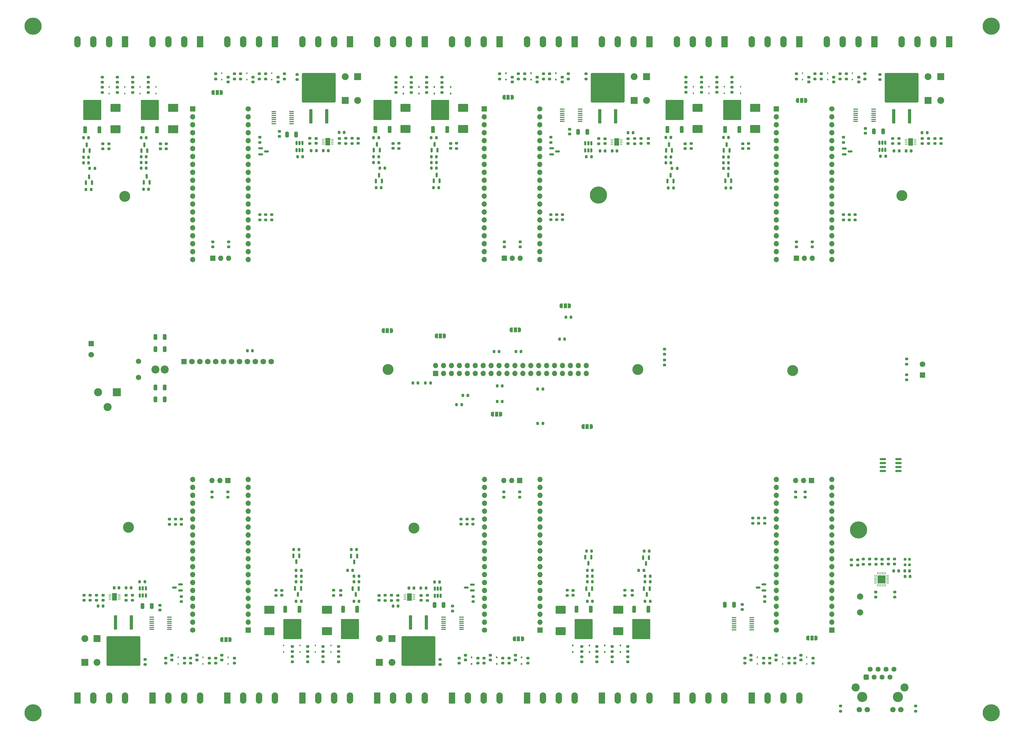
<source format=gbr>
%TF.GenerationSoftware,KiCad,Pcbnew,8.0.1*%
%TF.CreationDate,2024-04-17T10:04:04-05:00*%
%TF.ProjectId,Kristerj,4b726973-7465-4726-9a2e-6b696361645f,rev?*%
%TF.SameCoordinates,Original*%
%TF.FileFunction,Soldermask,Top*%
%TF.FilePolarity,Negative*%
%FSLAX46Y46*%
G04 Gerber Fmt 4.6, Leading zero omitted, Abs format (unit mm)*
G04 Created by KiCad (PCBNEW 8.0.1) date 2024-04-17 10:04:04*
%MOMM*%
%LPD*%
G01*
G04 APERTURE LIST*
G04 Aperture macros list*
%AMRoundRect*
0 Rectangle with rounded corners*
0 $1 Rounding radius*
0 $2 $3 $4 $5 $6 $7 $8 $9 X,Y pos of 4 corners*
0 Add a 4 corners polygon primitive as box body*
4,1,4,$2,$3,$4,$5,$6,$7,$8,$9,$2,$3,0*
0 Add four circle primitives for the rounded corners*
1,1,$1+$1,$2,$3*
1,1,$1+$1,$4,$5*
1,1,$1+$1,$6,$7*
1,1,$1+$1,$8,$9*
0 Add four rect primitives between the rounded corners*
20,1,$1+$1,$2,$3,$4,$5,0*
20,1,$1+$1,$4,$5,$6,$7,0*
20,1,$1+$1,$6,$7,$8,$9,0*
20,1,$1+$1,$8,$9,$2,$3,0*%
%AMFreePoly0*
4,1,19,0.550000,-0.750000,0.000000,-0.750000,0.000000,-0.744911,-0.071157,-0.744911,-0.207708,-0.704816,-0.327430,-0.627875,-0.420627,-0.520320,-0.479746,-0.390866,-0.500000,-0.250000,-0.500000,0.250000,-0.479746,0.390866,-0.420627,0.520320,-0.327430,0.627875,-0.207708,0.704816,-0.071157,0.744911,0.000000,0.744911,0.000000,0.750000,0.550000,0.750000,0.550000,-0.750000,0.550000,-0.750000,
$1*%
%AMFreePoly1*
4,1,19,0.000000,0.744911,0.071157,0.744911,0.207708,0.704816,0.327430,0.627875,0.420627,0.520320,0.479746,0.390866,0.500000,0.250000,0.500000,-0.250000,0.479746,-0.390866,0.420627,-0.520320,0.327430,-0.627875,0.207708,-0.704816,0.071157,-0.744911,0.000000,-0.744911,0.000000,-0.750000,-0.550000,-0.750000,-0.550000,0.750000,0.000000,0.750000,0.000000,0.744911,0.000000,0.744911,
$1*%
G04 Aperture macros list end*
%ADD10RoundRect,0.250000X0.325000X0.650000X-0.325000X0.650000X-0.325000X-0.650000X0.325000X-0.650000X0*%
%ADD11RoundRect,0.225000X-0.250000X0.225000X-0.250000X-0.225000X0.250000X-0.225000X0.250000X0.225000X0*%
%ADD12RoundRect,0.225000X0.250000X-0.225000X0.250000X0.225000X-0.250000X0.225000X-0.250000X-0.225000X0*%
%ADD13R,0.450000X0.600000*%
%ADD14R,3.300000X2.500000*%
%ADD15RoundRect,0.112500X-0.112500X0.187500X-0.112500X-0.187500X0.112500X-0.187500X0.112500X0.187500X0*%
%ADD16RoundRect,0.112500X0.112500X-0.187500X0.112500X0.187500X-0.112500X0.187500X-0.112500X-0.187500X0*%
%ADD17C,1.710000*%
%ADD18R,1.700000X1.700000*%
%ADD19O,1.700000X1.700000*%
%ADD20C,2.600000*%
%ADD21RoundRect,0.250000X-0.300000X2.050000X-0.300000X-2.050000X0.300000X-2.050000X0.300000X2.050000X0*%
%ADD22RoundRect,0.250002X-5.149998X4.449998X-5.149998X-4.449998X5.149998X-4.449998X5.149998X4.449998X0*%
%ADD23RoundRect,0.250000X0.350000X-0.850000X0.350000X0.850000X-0.350000X0.850000X-0.350000X-0.850000X0*%
%ADD24RoundRect,0.249997X2.650003X-2.950003X2.650003X2.950003X-2.650003X2.950003X-2.650003X-2.950003X0*%
%ADD25RoundRect,0.250000X0.300000X-2.050000X0.300000X2.050000X-0.300000X2.050000X-0.300000X-2.050000X0*%
%ADD26RoundRect,0.250002X5.149998X-4.449998X5.149998X4.449998X-5.149998X4.449998X-5.149998X-4.449998X0*%
%ADD27RoundRect,0.200000X0.275000X-0.200000X0.275000X0.200000X-0.275000X0.200000X-0.275000X-0.200000X0*%
%ADD28RoundRect,0.200000X-0.275000X0.200000X-0.275000X-0.200000X0.275000X-0.200000X0.275000X0.200000X0*%
%ADD29RoundRect,0.200000X0.200000X0.275000X-0.200000X0.275000X-0.200000X-0.275000X0.200000X-0.275000X0*%
%ADD30RoundRect,0.200000X-0.200000X-0.275000X0.200000X-0.275000X0.200000X0.275000X-0.200000X0.275000X0*%
%ADD31RoundRect,0.062500X0.362500X0.062500X-0.362500X0.062500X-0.362500X-0.062500X0.362500X-0.062500X0*%
%ADD32R,1.650000X2.380000*%
%ADD33RoundRect,0.062500X-0.362500X-0.062500X0.362500X-0.062500X0.362500X0.062500X-0.362500X0.062500X0*%
%ADD34C,1.700000*%
%ADD35R,1.800000X1.800000*%
%ADD36C,1.800000*%
%ADD37C,5.500000*%
%ADD38C,3.500000*%
%ADD39R,2.200000X2.200000*%
%ADD40O,2.200000X2.200000*%
%ADD41RoundRect,0.225000X-0.225000X-0.250000X0.225000X-0.250000X0.225000X0.250000X-0.225000X0.250000X0*%
%ADD42RoundRect,0.225000X0.225000X0.250000X-0.225000X0.250000X-0.225000X-0.250000X0.225000X-0.250000X0*%
%ADD43RoundRect,0.150000X-0.150000X0.587500X-0.150000X-0.587500X0.150000X-0.587500X0.150000X0.587500X0*%
%ADD44RoundRect,0.150000X-0.150000X0.512500X-0.150000X-0.512500X0.150000X-0.512500X0.150000X0.512500X0*%
%ADD45RoundRect,0.150000X0.150000X-0.512500X0.150000X0.512500X-0.150000X0.512500X-0.150000X-0.512500X0*%
%ADD46R,2.600000X2.600000*%
%ADD47RoundRect,0.250000X-1.400000X-1.000000X1.400000X-1.000000X1.400000X1.000000X-1.400000X1.000000X0*%
%ADD48RoundRect,0.250000X1.400000X1.000000X-1.400000X1.000000X-1.400000X-1.000000X1.400000X-1.000000X0*%
%ADD49RoundRect,0.250000X-0.350000X0.850000X-0.350000X-0.850000X0.350000X-0.850000X0.350000X0.850000X0*%
%ADD50RoundRect,0.249997X-2.650003X2.950003X-2.650003X-2.950003X2.650003X-2.950003X2.650003X2.950003X0*%
%ADD51RoundRect,0.150000X0.150000X-0.587500X0.150000X0.587500X-0.150000X0.587500X-0.150000X-0.587500X0*%
%ADD52RoundRect,0.200000X-0.200000X-0.250000X0.200000X-0.250000X0.200000X0.250000X-0.200000X0.250000X0*%
%ADD53RoundRect,0.249999X-0.790001X-1.550001X0.790001X-1.550001X0.790001X1.550001X-0.790001X1.550001X0*%
%ADD54O,2.080000X3.600000*%
%ADD55RoundRect,0.062500X0.375000X0.062500X-0.375000X0.062500X-0.375000X-0.062500X0.375000X-0.062500X0*%
%ADD56RoundRect,0.062500X0.062500X0.375000X-0.062500X0.375000X-0.062500X-0.375000X0.062500X-0.375000X0*%
%ADD57R,2.500000X2.500000*%
%ADD58RoundRect,0.100000X-0.637500X-0.100000X0.637500X-0.100000X0.637500X0.100000X-0.637500X0.100000X0*%
%ADD59FreePoly0,0.000000*%
%ADD60R,1.000000X1.500000*%
%ADD61FreePoly1,0.000000*%
%ADD62RoundRect,0.250000X-0.325000X-0.650000X0.325000X-0.650000X0.325000X0.650000X-0.325000X0.650000X0*%
%ADD63RoundRect,0.249999X0.790001X1.550001X-0.790001X1.550001X-0.790001X-1.550001X0.790001X-1.550001X0*%
%ADD64FreePoly0,180.000000*%
%ADD65FreePoly1,180.000000*%
%ADD66RoundRect,0.150000X-0.587500X-0.150000X0.587500X-0.150000X0.587500X0.150000X-0.587500X0.150000X0*%
%ADD67C,2.000000*%
%ADD68RoundRect,0.100000X0.637500X0.100000X-0.637500X0.100000X-0.637500X-0.100000X0.637500X-0.100000X0*%
%ADD69C,3.250000*%
%ADD70RoundRect,0.102000X-0.704000X-0.704000X0.704000X-0.704000X0.704000X0.704000X-0.704000X0.704000X0*%
%ADD71C,1.612000*%
%ADD72C,1.734000*%
%ADD73C,2.604000*%
%ADD74RoundRect,0.150000X0.587500X0.150000X-0.587500X0.150000X-0.587500X-0.150000X0.587500X-0.150000X0*%
%ADD75RoundRect,0.150000X-0.825000X-0.150000X0.825000X-0.150000X0.825000X0.150000X-0.825000X0.150000X0*%
G04 APERTURE END LIST*
D10*
%TO.C,C3*%
X184700000Y-193215000D03*
X181750000Y-193215000D03*
%TD*%
D11*
%TO.C,C9*%
X246675000Y-125705000D03*
X246675000Y-127255000D03*
%TD*%
%TO.C,C10*%
X222230000Y-270475000D03*
X222230000Y-272025000D03*
%TD*%
D12*
%TO.C,C11*%
X172360000Y-273620000D03*
X172360000Y-272070000D03*
%TD*%
D11*
%TO.C,C16*%
X241090000Y-270475000D03*
X241090000Y-272025000D03*
%TD*%
%TO.C,C35*%
X419900000Y-125755000D03*
X419900000Y-127305000D03*
%TD*%
D12*
%TO.C,C36*%
X369850000Y-128935000D03*
X369850000Y-127385000D03*
%TD*%
D13*
%TO.C,D1*%
X237950000Y-290200000D03*
X237950000Y-288100000D03*
%TD*%
%TO.C,D3*%
X232980000Y-290200000D03*
X232980000Y-288100000D03*
%TD*%
%TO.C,D5*%
X203000000Y-104775000D03*
X203000000Y-106875000D03*
%TD*%
%TO.C,D7*%
X228060000Y-290200000D03*
X228060000Y-288100000D03*
%TD*%
%TO.C,D9*%
X211000000Y-104775000D03*
X211000000Y-106875000D03*
%TD*%
%TO.C,D11*%
X219000000Y-104775000D03*
X219000000Y-106875000D03*
%TD*%
%TO.C,D13*%
X222785000Y-290200000D03*
X222785000Y-288100000D03*
%TD*%
D14*
%TO.C,D15*%
X218210000Y-276705000D03*
X218210000Y-283505000D03*
%TD*%
D15*
%TO.C,D25*%
X266115000Y-109235000D03*
X266115000Y-111335000D03*
%TD*%
%TO.C,D29*%
X271030000Y-109235000D03*
X271030000Y-111335000D03*
%TD*%
%TO.C,D31*%
X302000000Y-104775000D03*
X302000000Y-106875000D03*
%TD*%
D16*
%TO.C,D32*%
X291000000Y-294050000D03*
X291000000Y-291950000D03*
%TD*%
D13*
%TO.C,D49*%
X389000000Y-104775000D03*
X389000000Y-106875000D03*
%TD*%
%TO.C,D51*%
X363945000Y-109165000D03*
X363945000Y-111265000D03*
%TD*%
%TO.C,D54*%
X382665000Y-294050000D03*
X382665000Y-291950000D03*
%TD*%
%TO.C,D55*%
X405000000Y-104775000D03*
X405000000Y-106875000D03*
%TD*%
D14*
%TO.C,D59*%
X373870000Y-122705000D03*
X373870000Y-115905000D03*
%TD*%
D17*
%TO.C,F1*%
X176300000Y-202235000D03*
X176300000Y-197135000D03*
%TD*%
D18*
%TO.C,J5*%
X204940000Y-235305000D03*
D19*
X202400000Y-235305000D03*
X199860000Y-235305000D03*
%TD*%
D18*
%TO.C,J19*%
X387060000Y-164095000D03*
D19*
X389600000Y-164095000D03*
X392140000Y-164095000D03*
%TD*%
D18*
%TO.C,J20*%
X391865000Y-235315000D03*
D19*
X389325000Y-235315000D03*
X386785000Y-235315000D03*
%TD*%
D20*
%TO.C,L1*%
X181725000Y-199700000D03*
X184725000Y-199700000D03*
%TD*%
D21*
%TO.C,Q11*%
X174010000Y-280770000D03*
D22*
X171470000Y-289920000D03*
D21*
X168930000Y-280770000D03*
%TD*%
D23*
%TO.C,Q33*%
X345745000Y-122855000D03*
D24*
X348025000Y-116555000D03*
D23*
X350305000Y-122855000D03*
%TD*%
D25*
%TO.C,Q36*%
X418225000Y-118640000D03*
D26*
X420765000Y-109490000D03*
D25*
X423305000Y-118640000D03*
%TD*%
D27*
%TO.C,R1*%
X240360000Y-293335000D03*
X240360000Y-291685000D03*
%TD*%
%TO.C,R2*%
X240360000Y-290095000D03*
X240360000Y-288445000D03*
%TD*%
D28*
%TO.C,R4*%
X164675000Y-109320000D03*
X164675000Y-110970000D03*
%TD*%
%TO.C,R5*%
X422385000Y-201400000D03*
X422385000Y-203050000D03*
%TD*%
D27*
%TO.C,R6*%
X422385000Y-198005000D03*
X422385000Y-196355000D03*
%TD*%
D28*
%TO.C,R9*%
X169550000Y-106075000D03*
X169550000Y-107725000D03*
%TD*%
D27*
%TO.C,R11*%
X186220000Y-249300000D03*
X186220000Y-247650000D03*
%TD*%
D28*
%TO.C,R13*%
X207000000Y-292175000D03*
X207000000Y-293825000D03*
%TD*%
D27*
%TO.C,R14*%
X230470000Y-293335000D03*
X230470000Y-291685000D03*
%TD*%
D28*
%TO.C,R22*%
X217045000Y-150115000D03*
X217045000Y-151765000D03*
%TD*%
%TO.C,R23*%
X199000000Y-292175000D03*
X199000000Y-293825000D03*
%TD*%
D27*
%TO.C,R24*%
X189980000Y-274075000D03*
X189980000Y-272425000D03*
%TD*%
%TO.C,R25*%
X218985000Y-151765000D03*
X218985000Y-150115000D03*
%TD*%
D28*
%TO.C,R26*%
X215165000Y-125325000D03*
X215165000Y-126975000D03*
%TD*%
D27*
%TO.C,R27*%
X217000000Y-106650000D03*
X217000000Y-105000000D03*
%TD*%
D28*
%TO.C,R28*%
X191000000Y-292175000D03*
X191000000Y-293825000D03*
%TD*%
D27*
%TO.C,R29*%
X225595000Y-293335000D03*
X225595000Y-291685000D03*
%TD*%
%TO.C,R30*%
X225595000Y-290095000D03*
X225595000Y-288445000D03*
%TD*%
D29*
%TO.C,R47*%
X228435000Y-274000000D03*
X226785000Y-274000000D03*
%TD*%
D28*
%TO.C,R52*%
X174385000Y-272020000D03*
X174385000Y-273670000D03*
%TD*%
D27*
%TO.C,R53*%
X231170000Y-127305000D03*
X231170000Y-125655000D03*
%TD*%
D29*
%TO.C,R58*%
X228910000Y-131570000D03*
X227260000Y-131570000D03*
%TD*%
D27*
%TO.C,R61*%
X242680000Y-127305000D03*
X242680000Y-125655000D03*
%TD*%
D29*
%TO.C,R62*%
X161115000Y-142085000D03*
X159465000Y-142085000D03*
%TD*%
D30*
%TO.C,R65*%
X245270000Y-267735000D03*
X246920000Y-267735000D03*
%TD*%
D28*
%TO.C,R87*%
X301000000Y-292175000D03*
X301000000Y-293825000D03*
%TD*%
%TO.C,R89*%
X268625000Y-106095000D03*
X268625000Y-107745000D03*
%TD*%
%TO.C,R90*%
X268625000Y-109340000D03*
X268625000Y-110990000D03*
%TD*%
D27*
%TO.C,R93*%
X323130000Y-290090000D03*
X323130000Y-288440000D03*
%TD*%
D28*
%TO.C,R95*%
X283445000Y-247645000D03*
X283445000Y-249295000D03*
%TD*%
D27*
%TO.C,R96*%
X300000000Y-106650000D03*
X300000000Y-105000000D03*
%TD*%
D28*
%TO.C,R97*%
X293000000Y-292175000D03*
X293000000Y-293825000D03*
%TD*%
%TO.C,R99*%
X308347500Y-125325000D03*
X308347500Y-126975000D03*
%TD*%
D27*
%TO.C,R101*%
X308000000Y-106650000D03*
X308000000Y-105000000D03*
%TD*%
D28*
%TO.C,R104*%
X273495000Y-109340000D03*
X273495000Y-110990000D03*
%TD*%
D27*
%TO.C,R105*%
X318260000Y-293395000D03*
X318260000Y-291745000D03*
%TD*%
%TO.C,R106*%
X318260000Y-290090000D03*
X318260000Y-288440000D03*
%TD*%
%TO.C,R107*%
X298555000Y-160470000D03*
X298555000Y-158820000D03*
%TD*%
D28*
%TO.C,R108*%
X293485000Y-158820000D03*
X293485000Y-160470000D03*
%TD*%
%TO.C,R109*%
X293305000Y-238965000D03*
X293305000Y-240615000D03*
%TD*%
D30*
%TO.C,R111*%
X319795000Y-257855000D03*
X321445000Y-257855000D03*
%TD*%
%TO.C,R112*%
X266740000Y-269715000D03*
X268390000Y-269715000D03*
%TD*%
%TO.C,R115*%
X320060000Y-264110000D03*
X321710000Y-264110000D03*
%TD*%
D29*
%TO.C,R116*%
X321710000Y-265925000D03*
X320060000Y-265925000D03*
%TD*%
D27*
%TO.C,R132*%
X335190000Y-127380000D03*
X335190000Y-125730000D03*
%TD*%
D30*
%TO.C,R133*%
X338235000Y-257855000D03*
X339885000Y-257855000D03*
%TD*%
D29*
%TO.C,R134*%
X254045000Y-141460000D03*
X252395000Y-141460000D03*
%TD*%
%TO.C,R135*%
X338185000Y-264110000D03*
X336535000Y-264110000D03*
%TD*%
%TO.C,R136*%
X340185000Y-265925000D03*
X338535000Y-265925000D03*
%TD*%
D30*
%TO.C,R137*%
X338535000Y-267735000D03*
X340185000Y-267735000D03*
%TD*%
%TO.C,R138*%
X253590000Y-135210000D03*
X255240000Y-135210000D03*
%TD*%
%TO.C,R139*%
X251580000Y-133400000D03*
X253230000Y-133400000D03*
%TD*%
%TO.C,R140*%
X257800000Y-275510000D03*
X259450000Y-275510000D03*
%TD*%
D29*
%TO.C,R141*%
X334720000Y-123880000D03*
X333070000Y-123880000D03*
%TD*%
%TO.C,R142*%
X253240000Y-131570000D03*
X251590000Y-131570000D03*
%TD*%
%TO.C,R143*%
X340185000Y-274000000D03*
X338535000Y-274000000D03*
%TD*%
D30*
%TO.C,R144*%
X251590000Y-125435000D03*
X253240000Y-125435000D03*
%TD*%
D28*
%TO.C,R145*%
X272890000Y-292565000D03*
X272890000Y-294215000D03*
%TD*%
D27*
%TO.C,R146*%
X319635000Y-106650000D03*
X319635000Y-105000000D03*
%TD*%
%TO.C,R147*%
X332060000Y-272075000D03*
X332060000Y-270425000D03*
%TD*%
D28*
%TO.C,R148*%
X259720000Y-127270000D03*
X259720000Y-128920000D03*
%TD*%
%TO.C,R153*%
X356615000Y-106045000D03*
X356615000Y-107695000D03*
%TD*%
%TO.C,R154*%
X356620000Y-109270000D03*
X356620000Y-110920000D03*
%TD*%
%TO.C,R157*%
X402130000Y-150115000D03*
X402130000Y-151765000D03*
%TD*%
D27*
%TO.C,R158*%
X373055000Y-248990000D03*
X373055000Y-247340000D03*
%TD*%
%TO.C,R159*%
X387000000Y-106650000D03*
X387000000Y-105000000D03*
%TD*%
D28*
%TO.C,R169*%
X374955000Y-247330000D03*
X374955000Y-248980000D03*
%TD*%
%TO.C,R170*%
X384710000Y-292175000D03*
X384710000Y-293825000D03*
%TD*%
%TO.C,R171*%
X402140000Y-125335000D03*
X402140000Y-126985000D03*
%TD*%
D27*
%TO.C,R172*%
X376867500Y-274070000D03*
X376867500Y-272420000D03*
%TD*%
D28*
%TO.C,R175*%
X366405000Y-106045000D03*
X366405000Y-107695000D03*
%TD*%
%TO.C,R176*%
X366405000Y-109270000D03*
X366405000Y-110920000D03*
%TD*%
D27*
%TO.C,R179*%
X392145000Y-160470000D03*
X392145000Y-158820000D03*
%TD*%
D28*
%TO.C,R180*%
X387075000Y-158820000D03*
X387075000Y-160470000D03*
%TD*%
%TO.C,R181*%
X386790000Y-238965000D03*
X386790000Y-240615000D03*
%TD*%
D27*
%TO.C,R182*%
X389865000Y-240615000D03*
X389865000Y-238965000D03*
%TD*%
D29*
%TO.C,R183*%
X366060000Y-141555000D03*
X364410000Y-141555000D03*
%TD*%
%TO.C,R185*%
X419970000Y-129740000D03*
X418320000Y-129740000D03*
%TD*%
%TO.C,R187*%
X365295000Y-135300000D03*
X363645000Y-135300000D03*
%TD*%
D30*
%TO.C,R188*%
X363645000Y-133485000D03*
X365295000Y-133485000D03*
%TD*%
D29*
%TO.C,R189*%
X365295000Y-131675000D03*
X363645000Y-131675000D03*
%TD*%
D30*
%TO.C,R193*%
X363645000Y-125410000D03*
X365295000Y-125410000D03*
%TD*%
D28*
%TO.C,R195*%
X371735000Y-127335000D03*
X371735000Y-128985000D03*
%TD*%
D27*
%TO.C,R198*%
X417870000Y-127355000D03*
X417870000Y-125705000D03*
%TD*%
D31*
%TO.C,U5*%
X170085000Y-273325000D03*
X170085000Y-272825000D03*
X170085000Y-272325000D03*
X170085000Y-271825000D03*
X167185000Y-271825000D03*
X167185000Y-272325000D03*
X167185000Y-272825000D03*
X167185000Y-273325000D03*
D32*
X168635000Y-272575000D03*
%TD*%
D31*
%TO.C,U13*%
X264540000Y-273360000D03*
X264540000Y-272860000D03*
X264540000Y-272360000D03*
X264540000Y-271860000D03*
X261640000Y-271860000D03*
X261640000Y-272360000D03*
X261640000Y-272860000D03*
X261640000Y-273360000D03*
D32*
X263090000Y-272610000D03*
%TD*%
D33*
%TO.C,U14*%
X327980000Y-126075000D03*
X327980000Y-126575000D03*
X327980000Y-127075000D03*
X327980000Y-127575000D03*
X330880000Y-127575000D03*
X330880000Y-127075000D03*
X330880000Y-126575000D03*
X330880000Y-126075000D03*
D32*
X329430000Y-126825000D03*
%TD*%
D18*
%TO.C,U17*%
X380585000Y-116205000D03*
D19*
X380585000Y-118745000D03*
X380585000Y-121285000D03*
X380585000Y-123825000D03*
X380585000Y-126365000D03*
X380585000Y-128905000D03*
X380585000Y-131445000D03*
X380585000Y-133985000D03*
X380585000Y-136525000D03*
X380585000Y-139065000D03*
X380585000Y-141605000D03*
X380585000Y-144145000D03*
X380585000Y-146685000D03*
X380585000Y-149225000D03*
X380585000Y-151765000D03*
X380585000Y-154305000D03*
X380585000Y-156845000D03*
X380585000Y-159385000D03*
X380585000Y-161925000D03*
X380585000Y-164465000D03*
X398365000Y-164465000D03*
X398365000Y-161925000D03*
X398365000Y-159385000D03*
X398365000Y-156845000D03*
X398365000Y-154305000D03*
X398365000Y-151765000D03*
X398365000Y-149225000D03*
X398365000Y-146685000D03*
X398365000Y-144145000D03*
X398365000Y-141605000D03*
X398365000Y-139065000D03*
X398365000Y-136525000D03*
X398365000Y-133985000D03*
X398365000Y-131445000D03*
X398365000Y-128905000D03*
X398365000Y-126365000D03*
X398365000Y-123825000D03*
X398365000Y-121285000D03*
X398365000Y-118745000D03*
D34*
X398365000Y-116205000D03*
%TD*%
D33*
%TO.C,U22*%
X422180000Y-126050000D03*
X422180000Y-126550000D03*
X422180000Y-127050000D03*
X422180000Y-127550000D03*
X425080000Y-127550000D03*
X425080000Y-127050000D03*
X425080000Y-126550000D03*
X425080000Y-126050000D03*
D32*
X423630000Y-126800000D03*
%TD*%
D16*
%TO.C,D30*%
X320725000Y-290195000D03*
X320725000Y-288095000D03*
%TD*%
D35*
%TO.C,J1*%
X161185000Y-191455000D03*
D36*
X161185000Y-194955000D03*
%TD*%
D37*
%TO.C,H1*%
X142500000Y-309700000D03*
%TD*%
%TO.C,H11*%
X449400000Y-309700000D03*
%TD*%
%TO.C,H5*%
X142500000Y-89700000D03*
%TD*%
D38*
%TO.C,H2*%
X173120000Y-250255000D03*
%TD*%
%TO.C,H6*%
X336260000Y-199720000D03*
%TD*%
%TO.C,H7*%
X420850000Y-144035000D03*
%TD*%
D37*
%TO.C,H8*%
X323650000Y-143835000D03*
%TD*%
D38*
%TO.C,H9*%
X171939260Y-144302740D03*
%TD*%
%TO.C,H10*%
X256260000Y-199720000D03*
%TD*%
D37*
%TO.C,H4*%
X406910000Y-251155000D03*
%TD*%
D38*
%TO.C,H12*%
X264530000Y-250555000D03*
%TD*%
D10*
%TO.C,C1*%
X184700000Y-209295000D03*
X181750000Y-209295000D03*
%TD*%
D18*
%TO.C,J6*%
X200055000Y-164095000D03*
D19*
X202595000Y-164095000D03*
X205135000Y-164095000D03*
%TD*%
D18*
%TO.C,J14*%
X298390000Y-235310000D03*
D19*
X295850000Y-235310000D03*
X293310000Y-235310000D03*
%TD*%
D13*
%TO.C,D6*%
X205000000Y-294050000D03*
X205000000Y-291950000D03*
%TD*%
%TO.C,D4*%
X171890000Y-109205000D03*
X171890000Y-111305000D03*
%TD*%
%TO.C,D2*%
X166915000Y-109215000D03*
X166915000Y-111315000D03*
%TD*%
%TO.C,D8*%
X176840000Y-109215000D03*
X176840000Y-111315000D03*
%TD*%
%TO.C,D14*%
X181870000Y-109215000D03*
X181870000Y-111315000D03*
%TD*%
%TO.C,D12*%
X189000000Y-294050000D03*
X189000000Y-291950000D03*
%TD*%
D39*
%TO.C,D17*%
X159080000Y-293520000D03*
D40*
X159080000Y-285900000D03*
%TD*%
D14*
%TO.C,D16*%
X187360000Y-122740000D03*
X187360000Y-115940000D03*
%TD*%
D13*
%TO.C,D10*%
X197000000Y-294050000D03*
X197000000Y-291950000D03*
%TD*%
D29*
%TO.C,R64*%
X246920000Y-265925000D03*
X245270000Y-265925000D03*
%TD*%
D30*
%TO.C,R66*%
X160665000Y-135335000D03*
X162315000Y-135335000D03*
%TD*%
%TO.C,R67*%
X158665000Y-133540000D03*
X160315000Y-133540000D03*
%TD*%
D29*
%TO.C,R63*%
X244920000Y-264110000D03*
X243270000Y-264110000D03*
%TD*%
D27*
%TO.C,R57*%
X244705000Y-127305000D03*
X244705000Y-125655000D03*
%TD*%
D29*
%TO.C,R43*%
X178795000Y-135250000D03*
X177145000Y-135250000D03*
%TD*%
%TO.C,R40*%
X233270000Y-129630000D03*
X231620000Y-129630000D03*
%TD*%
D28*
%TO.C,R33*%
X199865000Y-238955000D03*
X199865000Y-240605000D03*
%TD*%
D30*
%TO.C,R56*%
X176655000Y-267730000D03*
X178305000Y-267730000D03*
%TD*%
D28*
%TO.C,R49*%
X344810000Y-196660000D03*
X344810000Y-198310000D03*
%TD*%
%TO.C,R36*%
X200055000Y-158820000D03*
X200055000Y-160470000D03*
%TD*%
D30*
%TO.C,R41*%
X226785000Y-264110000D03*
X228435000Y-264110000D03*
%TD*%
D28*
%TO.C,R32*%
X179450000Y-109320000D03*
X179450000Y-110970000D03*
%TD*%
D30*
%TO.C,R39*%
X172285000Y-269675000D03*
X173935000Y-269675000D03*
%TD*%
%TO.C,R37*%
X226020000Y-257355000D03*
X227670000Y-257355000D03*
%TD*%
%TO.C,R60*%
X244470000Y-257355000D03*
X246120000Y-257355000D03*
%TD*%
D29*
%TO.C,R38*%
X179545000Y-141995000D03*
X177895000Y-141995000D03*
%TD*%
D28*
%TO.C,R59*%
X162875000Y-272020000D03*
X162875000Y-273670000D03*
%TD*%
D27*
%TO.C,R54*%
X344815000Y-194855000D03*
X344815000Y-193205000D03*
%TD*%
D28*
%TO.C,R55*%
X160850000Y-272020000D03*
X160850000Y-273670000D03*
%TD*%
D30*
%TO.C,R48*%
X177135000Y-125495000D03*
X178785000Y-125495000D03*
%TD*%
D29*
%TO.C,R42*%
X228435000Y-265925000D03*
X226785000Y-265925000D03*
%TD*%
D27*
%TO.C,R34*%
X204940000Y-240615000D03*
X204940000Y-238965000D03*
%TD*%
%TO.C,R35*%
X205135000Y-160470000D03*
X205135000Y-158820000D03*
%TD*%
D41*
%TO.C,C19*%
X328015000Y-129700000D03*
X329565000Y-129700000D03*
%TD*%
D42*
%TO.C,C18*%
X264505000Y-269715000D03*
X262955000Y-269715000D03*
%TD*%
D33*
%TO.C,U6*%
X235470000Y-126000000D03*
X235470000Y-126500000D03*
X235470000Y-127000000D03*
X235470000Y-127500000D03*
X238370000Y-127500000D03*
X238370000Y-127000000D03*
X238370000Y-126500000D03*
X238370000Y-126000000D03*
D32*
X236920000Y-126750000D03*
%TD*%
D43*
%TO.C,Q13*%
X321615000Y-269875000D03*
X319715000Y-269875000D03*
X320665000Y-271750000D03*
%TD*%
D25*
%TO.C,Q12*%
X231545000Y-118640000D03*
D26*
X234085000Y-109490000D03*
D25*
X236625000Y-118640000D03*
%TD*%
D44*
%TO.C,Q6*%
X228815000Y-127170000D03*
X227865000Y-127170000D03*
X226915000Y-127170000D03*
X226915000Y-129445000D03*
X227865000Y-129445000D03*
X228815000Y-129445000D03*
%TD*%
D45*
%TO.C,Q5*%
X176750000Y-272130000D03*
X177700000Y-272130000D03*
X178650000Y-272130000D03*
X178650000Y-269855000D03*
X177700000Y-269855000D03*
X176750000Y-269855000D03*
%TD*%
D18*
%TO.C,J8*%
X271470000Y-200985000D03*
D19*
X271470000Y-198445000D03*
X274010000Y-200985000D03*
X274010000Y-198445000D03*
X276550000Y-200985000D03*
X276550000Y-198445000D03*
X279090000Y-200985000D03*
X279090000Y-198445000D03*
X281630000Y-200985000D03*
X281630000Y-198445000D03*
X284170000Y-200985000D03*
X284170000Y-198445000D03*
X286710000Y-200985000D03*
X286710000Y-198445000D03*
X289250000Y-200985000D03*
X289250000Y-198445000D03*
X291790000Y-200985000D03*
X291790000Y-198445000D03*
X294330000Y-200985000D03*
X294330000Y-198445000D03*
X296870000Y-200985000D03*
X296870000Y-198445000D03*
X299410000Y-200985000D03*
X299410000Y-198445000D03*
X301950000Y-200985000D03*
X301950000Y-198445000D03*
X304490000Y-200985000D03*
X304490000Y-198445000D03*
X307030000Y-200985000D03*
X307030000Y-198445000D03*
X309570000Y-200985000D03*
X309570000Y-198445000D03*
X312110000Y-200985000D03*
X312110000Y-198445000D03*
X314650000Y-200985000D03*
X314650000Y-198445000D03*
X317190000Y-200985000D03*
X317190000Y-198445000D03*
X319730000Y-200985000D03*
X319730000Y-198445000D03*
%TD*%
D28*
%TO.C,R10*%
X169550000Y-109320000D03*
X169550000Y-110970000D03*
%TD*%
D27*
%TO.C,R12*%
X201000000Y-106650000D03*
X201000000Y-105000000D03*
%TD*%
%TO.C,R21*%
X209000000Y-106650000D03*
X209000000Y-105000000D03*
%TD*%
D18*
%TO.C,U1*%
X211410000Y-283205000D03*
D19*
X211410000Y-280665000D03*
X211410000Y-278125000D03*
X211410000Y-275585000D03*
X211410000Y-273045000D03*
X211410000Y-270505000D03*
X211410000Y-267965000D03*
X211410000Y-265425000D03*
X211410000Y-262885000D03*
X211410000Y-260345000D03*
X211410000Y-257805000D03*
X211410000Y-255265000D03*
X211410000Y-252725000D03*
X211410000Y-250185000D03*
X211410000Y-247645000D03*
X211410000Y-245105000D03*
X211410000Y-242565000D03*
X211410000Y-240025000D03*
X211410000Y-237485000D03*
X211410000Y-234945000D03*
X193630000Y-234945000D03*
X193630000Y-237485000D03*
X193630000Y-240025000D03*
X193630000Y-242565000D03*
X193630000Y-245105000D03*
X193630000Y-247645000D03*
X193630000Y-250185000D03*
X193630000Y-252725000D03*
X193630000Y-255265000D03*
X193630000Y-257805000D03*
X193630000Y-260345000D03*
X193630000Y-262885000D03*
X193630000Y-265425000D03*
X193630000Y-267965000D03*
X193630000Y-270505000D03*
X193630000Y-273045000D03*
X193630000Y-275585000D03*
X193630000Y-278125000D03*
X193630000Y-280665000D03*
D34*
X193630000Y-283205000D03*
%TD*%
D28*
%TO.C,R19*%
X215145000Y-150115000D03*
X215145000Y-151765000D03*
%TD*%
D27*
%TO.C,R18*%
X188120000Y-249300000D03*
X188120000Y-247650000D03*
%TD*%
D28*
%TO.C,R17*%
X174465000Y-109320000D03*
X174465000Y-110970000D03*
%TD*%
D13*
%TO.C,D47*%
X359030000Y-109165000D03*
X359030000Y-111265000D03*
%TD*%
%TO.C,D53*%
X397000000Y-104775000D03*
X397000000Y-106875000D03*
%TD*%
%TO.C,D45*%
X354055000Y-109170000D03*
X354055000Y-111270000D03*
%TD*%
%TO.C,D57*%
X369215000Y-109165000D03*
X369215000Y-111265000D03*
%TD*%
D27*
%TO.C,R94*%
X310235000Y-151745000D03*
X310235000Y-150095000D03*
%TD*%
D28*
%TO.C,R102*%
X285000000Y-292175000D03*
X285000000Y-293825000D03*
%TD*%
%TO.C,R88*%
X308385000Y-150095000D03*
X308385000Y-151745000D03*
%TD*%
D29*
%TO.C,R114*%
X325780000Y-129700000D03*
X324130000Y-129700000D03*
%TD*%
%TO.C,R113*%
X272460000Y-141460000D03*
X270810000Y-141460000D03*
%TD*%
D28*
%TO.C,R103*%
X273495000Y-106095000D03*
X273495000Y-107745000D03*
%TD*%
D46*
%TO.C,J2*%
X169390000Y-207045000D03*
D20*
X163390000Y-207045000D03*
X166390000Y-211745000D03*
%TD*%
D18*
%TO.C,U2*%
X193630000Y-116205000D03*
D19*
X193630000Y-118745000D03*
X193630000Y-121285000D03*
X193630000Y-123825000D03*
X193630000Y-126365000D03*
X193630000Y-128905000D03*
X193630000Y-131445000D03*
X193630000Y-133985000D03*
X193630000Y-136525000D03*
X193630000Y-139065000D03*
X193630000Y-141605000D03*
X193630000Y-144145000D03*
X193630000Y-146685000D03*
X193630000Y-149225000D03*
X193630000Y-151765000D03*
X193630000Y-154305000D03*
X193630000Y-156845000D03*
X193630000Y-159385000D03*
X193630000Y-161925000D03*
X193630000Y-164465000D03*
X211410000Y-164465000D03*
X211410000Y-161925000D03*
X211410000Y-159385000D03*
X211410000Y-156845000D03*
X211410000Y-154305000D03*
X211410000Y-151765000D03*
X211410000Y-149225000D03*
X211410000Y-146685000D03*
X211410000Y-144145000D03*
X211410000Y-141605000D03*
X211410000Y-139065000D03*
X211410000Y-136525000D03*
X211410000Y-133985000D03*
X211410000Y-131445000D03*
X211410000Y-128905000D03*
X211410000Y-126365000D03*
X211410000Y-123825000D03*
X211410000Y-121285000D03*
X211410000Y-118745000D03*
D34*
X211410000Y-116205000D03*
%TD*%
D38*
%TO.C,H13*%
X385830000Y-200075000D03*
%TD*%
D10*
%TO.C,C2*%
X184700000Y-205460000D03*
X181750000Y-205460000D03*
%TD*%
%TO.C,C4*%
X184700000Y-189295000D03*
X181750000Y-189295000D03*
%TD*%
D42*
%TO.C,C5*%
X212775000Y-193675000D03*
X211225000Y-193675000D03*
%TD*%
%TO.C,C6*%
X170050000Y-269675000D03*
X168500000Y-269675000D03*
%TD*%
D41*
%TO.C,C7*%
X235505000Y-129640000D03*
X237055000Y-129640000D03*
%TD*%
D12*
%TO.C,C8*%
X158880000Y-273620000D03*
X158880000Y-272070000D03*
%TD*%
D11*
%TO.C,C12*%
X233195000Y-125705000D03*
X233195000Y-127255000D03*
%TD*%
D12*
%TO.C,C13*%
X183340000Y-129005000D03*
X183340000Y-127455000D03*
%TD*%
D11*
%TO.C,C14*%
X164920000Y-272070000D03*
X164920000Y-273620000D03*
%TD*%
D12*
%TO.C,C15*%
X240635000Y-127255000D03*
X240635000Y-125705000D03*
%TD*%
%TO.C,C20*%
X253335000Y-273655000D03*
X253335000Y-272105000D03*
%TD*%
D11*
%TO.C,C21*%
X339605000Y-125695000D03*
X339605000Y-127245000D03*
%TD*%
D12*
%TO.C,C22*%
X266815000Y-273655000D03*
X266815000Y-272105000D03*
%TD*%
D11*
%TO.C,C23*%
X325705000Y-125815000D03*
X325705000Y-127365000D03*
%TD*%
%TO.C,C24*%
X315505000Y-270475000D03*
X315505000Y-272025000D03*
%TD*%
D12*
%TO.C,C25*%
X276270000Y-128870000D03*
X276270000Y-127320000D03*
%TD*%
D11*
%TO.C,C26*%
X259375000Y-272105000D03*
X259375000Y-273655000D03*
%TD*%
D12*
%TO.C,C27*%
X333145000Y-127330000D03*
X333145000Y-125780000D03*
%TD*%
D11*
%TO.C,C28*%
X334440000Y-270475000D03*
X334440000Y-272025000D03*
%TD*%
D12*
%TO.C,C29*%
X257810000Y-128870000D03*
X257810000Y-127320000D03*
%TD*%
D41*
%TO.C,C31*%
X422215000Y-129740000D03*
X423765000Y-129740000D03*
%TD*%
D11*
%TO.C,C33*%
X433385000Y-125755000D03*
X433385000Y-127305000D03*
%TD*%
D39*
%TO.C,D18*%
X162985000Y-285900000D03*
D40*
X162985000Y-293520000D03*
%TD*%
D39*
%TO.C,D19*%
X246460000Y-105915000D03*
D40*
X246460000Y-113535000D03*
%TD*%
D39*
%TO.C,D20*%
X242555000Y-113530000D03*
D40*
X242555000Y-105910000D03*
%TD*%
D47*
%TO.C,D21*%
X236685000Y-276705000D03*
X236685000Y-283505000D03*
%TD*%
D48*
%TO.C,D22*%
X168900000Y-122740000D03*
X168900000Y-115940000D03*
%TD*%
D15*
%TO.C,D23*%
X261145000Y-109235000D03*
X261145000Y-111335000D03*
%TD*%
D16*
%TO.C,D24*%
X330610000Y-290195000D03*
X330610000Y-288095000D03*
%TD*%
%TO.C,D26*%
X325640000Y-290195000D03*
X325640000Y-288095000D03*
%TD*%
D15*
%TO.C,D27*%
X294000000Y-104775000D03*
X294000000Y-106875000D03*
%TD*%
D16*
%TO.C,D28*%
X299000000Y-294050000D03*
X299000000Y-291950000D03*
%TD*%
D15*
%TO.C,D33*%
X310000000Y-104775000D03*
X310000000Y-106875000D03*
%TD*%
D16*
%TO.C,D34*%
X283000000Y-294050000D03*
X283000000Y-291950000D03*
%TD*%
D49*
%TO.C,Q3*%
X227870000Y-276555000D03*
D50*
X225590000Y-282855000D03*
D49*
X223310000Y-276555000D03*
%TD*%
D23*
%TO.C,Q4*%
X177700000Y-122890000D03*
D24*
X179980000Y-116590000D03*
D23*
X182260000Y-122890000D03*
%TD*%
D43*
%TO.C,Q7*%
X246825000Y-269875000D03*
X244925000Y-269875000D03*
X245875000Y-271750000D03*
%TD*%
D51*
%TO.C,Q8*%
X158755000Y-129615000D03*
X160655000Y-129615000D03*
X159705000Y-127740000D03*
%TD*%
D49*
%TO.C,Q9*%
X246355000Y-276555000D03*
D50*
X244075000Y-282855000D03*
D49*
X241795000Y-276555000D03*
%TD*%
D23*
%TO.C,Q10*%
X159225000Y-122890000D03*
D24*
X161505000Y-116590000D03*
D23*
X163785000Y-122890000D03*
%TD*%
D51*
%TO.C,Q14*%
X270160000Y-129465000D03*
X272060000Y-129465000D03*
X271110000Y-127590000D03*
%TD*%
D49*
%TO.C,Q15*%
X321145000Y-276555000D03*
D50*
X318865000Y-282855000D03*
D49*
X316585000Y-276555000D03*
%TD*%
D23*
%TO.C,Q16*%
X270630000Y-122855000D03*
D24*
X272910000Y-116555000D03*
D23*
X275190000Y-122855000D03*
%TD*%
D44*
%TO.C,Q18*%
X321325000Y-127240000D03*
X320375000Y-127240000D03*
X319425000Y-127240000D03*
X319425000Y-129515000D03*
X320375000Y-129515000D03*
X321325000Y-129515000D03*
%TD*%
D43*
%TO.C,Q19*%
X340090000Y-269875000D03*
X338190000Y-269875000D03*
X339140000Y-271750000D03*
%TD*%
D28*
%TO.C,R3*%
X164675000Y-106075000D03*
X164675000Y-107725000D03*
%TD*%
D27*
%TO.C,R7*%
X235395000Y-293335000D03*
X235395000Y-291685000D03*
%TD*%
%TO.C,R8*%
X235395000Y-290095000D03*
X235395000Y-288445000D03*
%TD*%
%TO.C,R15*%
X230470000Y-290095000D03*
X230470000Y-288445000D03*
%TD*%
D28*
%TO.C,R20*%
X190060000Y-247650000D03*
X190060000Y-249300000D03*
%TD*%
%TO.C,R31*%
X179450000Y-106075000D03*
X179450000Y-107725000D03*
%TD*%
D30*
%TO.C,R44*%
X177145000Y-133445000D03*
X178795000Y-133445000D03*
%TD*%
%TO.C,R45*%
X226785000Y-267735000D03*
X228435000Y-267735000D03*
%TD*%
D29*
%TO.C,R46*%
X178795000Y-131595000D03*
X177145000Y-131595000D03*
%TD*%
D27*
%TO.C,R50*%
X220345000Y-272075000D03*
X220345000Y-270425000D03*
%TD*%
D28*
%TO.C,R51*%
X185225000Y-127405000D03*
X185225000Y-129055000D03*
%TD*%
D29*
%TO.C,R68*%
X160310000Y-131735000D03*
X158660000Y-131735000D03*
%TD*%
%TO.C,R69*%
X246920000Y-274000000D03*
X245270000Y-274000000D03*
%TD*%
D30*
%TO.C,R70*%
X163345000Y-275540000D03*
X164995000Y-275540000D03*
%TD*%
D29*
%TO.C,R71*%
X242210000Y-123805000D03*
X240560000Y-123805000D03*
%TD*%
D30*
%TO.C,R72*%
X158660000Y-125495000D03*
X160310000Y-125495000D03*
%TD*%
D27*
%TO.C,R73*%
X238795000Y-272075000D03*
X238795000Y-270425000D03*
%TD*%
D28*
%TO.C,R74*%
X178400000Y-292565000D03*
X178400000Y-294215000D03*
%TD*%
D27*
%TO.C,R75*%
X227130000Y-106845000D03*
X227130000Y-105195000D03*
%TD*%
D28*
%TO.C,R76*%
X166790000Y-127410000D03*
X166790000Y-129060000D03*
%TD*%
%TO.C,R77*%
X258730000Y-106095000D03*
X258730000Y-107745000D03*
%TD*%
%TO.C,R78*%
X258730000Y-109340000D03*
X258730000Y-110990000D03*
%TD*%
D27*
%TO.C,R79*%
X333025000Y-293395000D03*
X333025000Y-291745000D03*
%TD*%
%TO.C,R80*%
X333025000Y-290090000D03*
X333025000Y-288440000D03*
%TD*%
D28*
%TO.C,R81*%
X263695000Y-106095000D03*
X263695000Y-107745000D03*
%TD*%
%TO.C,R82*%
X263695000Y-109340000D03*
X263695000Y-110990000D03*
%TD*%
D27*
%TO.C,R83*%
X328060000Y-293395000D03*
X328060000Y-291745000D03*
%TD*%
%TO.C,R84*%
X328060000Y-290090000D03*
X328060000Y-288440000D03*
%TD*%
D28*
%TO.C,R85*%
X312125000Y-150095000D03*
X312125000Y-151745000D03*
%TD*%
D27*
%TO.C,R86*%
X292000000Y-106650000D03*
X292000000Y-105000000D03*
%TD*%
%TO.C,R91*%
X281510000Y-249295000D03*
X281510000Y-247645000D03*
%TD*%
%TO.C,R92*%
X323130000Y-293395000D03*
X323130000Y-291745000D03*
%TD*%
D30*
%TO.C,R117*%
X320060000Y-267735000D03*
X321710000Y-267735000D03*
%TD*%
D29*
%TO.C,R118*%
X271725000Y-135210000D03*
X270075000Y-135210000D03*
%TD*%
D30*
%TO.C,R119*%
X270075000Y-133400000D03*
X271725000Y-133400000D03*
%TD*%
D29*
%TO.C,R120*%
X271725000Y-131570000D03*
X270075000Y-131570000D03*
%TD*%
%TO.C,R121*%
X321710000Y-274000000D03*
X320060000Y-274000000D03*
%TD*%
D30*
%TO.C,R122*%
X270065000Y-125435000D03*
X271715000Y-125435000D03*
%TD*%
D27*
%TO.C,R123*%
X313620000Y-272075000D03*
X313620000Y-270425000D03*
%TD*%
D28*
%TO.C,R124*%
X278155000Y-127270000D03*
X278155000Y-128920000D03*
%TD*%
%TO.C,R125*%
X268840000Y-272055000D03*
X268840000Y-273705000D03*
%TD*%
D18*
%TO.C,U9*%
X287035000Y-116205000D03*
D19*
X287035000Y-118745000D03*
X287035000Y-121285000D03*
X287035000Y-123825000D03*
X287035000Y-126365000D03*
X287035000Y-128905000D03*
X287035000Y-131445000D03*
X287035000Y-133985000D03*
X287035000Y-136525000D03*
X287035000Y-139065000D03*
X287035000Y-141605000D03*
X287035000Y-144145000D03*
X287035000Y-146685000D03*
X287035000Y-149225000D03*
X287035000Y-151765000D03*
X287035000Y-154305000D03*
X287035000Y-156845000D03*
X287035000Y-159385000D03*
X287035000Y-161925000D03*
X287035000Y-164465000D03*
X304815000Y-164465000D03*
X304815000Y-161925000D03*
X304815000Y-159385000D03*
X304815000Y-156845000D03*
X304815000Y-154305000D03*
X304815000Y-151765000D03*
X304815000Y-149225000D03*
X304815000Y-146685000D03*
X304815000Y-144145000D03*
X304815000Y-141605000D03*
X304815000Y-139065000D03*
X304815000Y-136525000D03*
X304815000Y-133985000D03*
X304815000Y-131445000D03*
X304815000Y-128905000D03*
X304815000Y-126365000D03*
X304815000Y-123825000D03*
X304815000Y-121285000D03*
X304815000Y-118745000D03*
D34*
X304815000Y-116205000D03*
%TD*%
D18*
%TO.C,U10*%
X304885000Y-283205000D03*
D19*
X304885000Y-280665000D03*
X304885000Y-278125000D03*
X304885000Y-275585000D03*
X304885000Y-273045000D03*
X304885000Y-270505000D03*
X304885000Y-267965000D03*
X304885000Y-265425000D03*
X304885000Y-262885000D03*
X304885000Y-260345000D03*
X304885000Y-257805000D03*
X304885000Y-255265000D03*
X304885000Y-252725000D03*
X304885000Y-250185000D03*
X304885000Y-247645000D03*
X304885000Y-245105000D03*
X304885000Y-242565000D03*
X304885000Y-240025000D03*
X304885000Y-237485000D03*
X304885000Y-234945000D03*
X287105000Y-234945000D03*
X287105000Y-237485000D03*
X287105000Y-240025000D03*
X287105000Y-242565000D03*
X287105000Y-245105000D03*
X287105000Y-247645000D03*
X287105000Y-250185000D03*
X287105000Y-252725000D03*
X287105000Y-255265000D03*
X287105000Y-257805000D03*
X287105000Y-260345000D03*
X287105000Y-262885000D03*
X287105000Y-265425000D03*
X287105000Y-267965000D03*
X287105000Y-270505000D03*
X287105000Y-273045000D03*
X287105000Y-275585000D03*
X287105000Y-278125000D03*
X287105000Y-280665000D03*
D34*
X287105000Y-283205000D03*
%TD*%
D18*
%TO.C,U18*%
X398370000Y-283205000D03*
D19*
X398370000Y-280665000D03*
X398370000Y-278125000D03*
X398370000Y-275585000D03*
X398370000Y-273045000D03*
X398370000Y-270505000D03*
X398370000Y-267965000D03*
X398370000Y-265425000D03*
X398370000Y-262885000D03*
X398370000Y-260345000D03*
X398370000Y-257805000D03*
X398370000Y-255265000D03*
X398370000Y-252725000D03*
X398370000Y-250185000D03*
X398370000Y-247645000D03*
X398370000Y-245105000D03*
X398370000Y-242565000D03*
X398370000Y-240025000D03*
X398370000Y-237485000D03*
X398370000Y-234945000D03*
X380590000Y-234945000D03*
X380590000Y-237485000D03*
X380590000Y-240025000D03*
X380590000Y-242565000D03*
X380590000Y-245105000D03*
X380590000Y-247645000D03*
X380590000Y-250185000D03*
X380590000Y-252725000D03*
X380590000Y-255265000D03*
X380590000Y-257805000D03*
X380590000Y-260345000D03*
X380590000Y-262885000D03*
X380590000Y-265425000D03*
X380590000Y-267965000D03*
X380590000Y-270505000D03*
X380590000Y-273045000D03*
X380590000Y-275585000D03*
X380590000Y-278125000D03*
X380590000Y-280665000D03*
D34*
X380590000Y-283205000D03*
%TD*%
D35*
%TO.C,J7*%
X427420000Y-201510000D03*
D36*
X427420000Y-198010000D03*
%TD*%
D28*
%TO.C,R16*%
X174465000Y-106075000D03*
X174465000Y-107725000D03*
%TD*%
D27*
%TO.C,R110*%
X298395000Y-240615000D03*
X298395000Y-238965000D03*
%TD*%
D13*
%TO.C,D56*%
X374485000Y-294050000D03*
X374485000Y-291950000D03*
%TD*%
%TO.C,D50*%
X390345000Y-294050000D03*
X390345000Y-291950000D03*
%TD*%
D27*
%TO.C,R100*%
X283455000Y-274085000D03*
X283455000Y-272435000D03*
%TD*%
D28*
%TO.C,R98*%
X279610000Y-247645000D03*
X279610000Y-249295000D03*
%TD*%
D11*
%TO.C,C50*%
X407000000Y-106050000D03*
X407000000Y-107600000D03*
%TD*%
D52*
%TO.C,X1*%
X421845000Y-260485000D03*
X421845000Y-262335000D03*
X423295000Y-262335000D03*
X423295000Y-260485000D03*
%TD*%
D27*
%TO.C,R201*%
X431415000Y-127355000D03*
X431415000Y-125705000D03*
%TD*%
D30*
%TO.C,R221*%
X268175000Y-204000000D03*
X269825000Y-204000000D03*
%TD*%
D15*
%TO.C,D35*%
X276305000Y-109235000D03*
X276305000Y-111335000D03*
%TD*%
D27*
%TO.C,R247*%
X279000000Y-293825000D03*
X279000000Y-292175000D03*
%TD*%
D53*
%TO.C,J9_1*%
X228760000Y-305000000D03*
D54*
X233840000Y-305000000D03*
X238920000Y-305000000D03*
X244000000Y-305000000D03*
%TD*%
D55*
%TO.C,U8*%
X416257500Y-268160000D03*
X416257500Y-267660000D03*
X416257500Y-267160000D03*
X416257500Y-266660000D03*
X416257500Y-266160000D03*
X416257500Y-265660000D03*
D56*
X415570000Y-264972500D03*
X415070000Y-264972500D03*
X414570000Y-264972500D03*
X414070000Y-264972500D03*
X413570000Y-264972500D03*
X413070000Y-264972500D03*
D55*
X412382500Y-265660000D03*
X412382500Y-266160000D03*
X412382500Y-266660000D03*
X412382500Y-267160000D03*
X412382500Y-267660000D03*
X412382500Y-268160000D03*
D56*
X413070000Y-268847500D03*
X413570000Y-268847500D03*
X414070000Y-268847500D03*
X414570000Y-268847500D03*
X415070000Y-268847500D03*
X415570000Y-268847500D03*
D57*
X414320000Y-266910000D03*
%TD*%
D11*
%TO.C,C45*%
X296000000Y-106050000D03*
X296000000Y-107600000D03*
%TD*%
D28*
%TO.C,R149*%
X351645000Y-106050000D03*
X351645000Y-107700000D03*
%TD*%
D39*
%TO.C,D41*%
X339030000Y-105875000D03*
D40*
X339030000Y-113495000D03*
%TD*%
D39*
%TO.C,D39*%
X253460000Y-293520000D03*
D40*
X253460000Y-285900000D03*
%TD*%
D43*
%TO.C,Q37*%
X227817500Y-259375000D03*
X225917500Y-259375000D03*
X226867500Y-261250000D03*
%TD*%
D35*
%TO.C,PS1*%
X190890000Y-197170000D03*
D36*
X193430000Y-197170000D03*
X195970000Y-197170000D03*
X198510000Y-197170000D03*
X201050000Y-197170000D03*
X203590000Y-197170000D03*
X206130000Y-197170000D03*
X208670000Y-197170000D03*
X211210000Y-197170000D03*
X213750000Y-197170000D03*
X216290000Y-197170000D03*
X218830000Y-197170000D03*
%TD*%
D28*
%TO.C,R240*%
X401000000Y-105000000D03*
X401000000Y-106650000D03*
%TD*%
D27*
%TO.C,R260*%
X425185000Y-309170000D03*
X425185000Y-307520000D03*
%TD*%
D58*
%TO.C,U26*%
X312022500Y-116350000D03*
X312022500Y-117000000D03*
X312022500Y-117650000D03*
X312022500Y-118300000D03*
X312022500Y-118950000D03*
X312022500Y-119600000D03*
X312022500Y-120250000D03*
X317747500Y-120250000D03*
X317747500Y-119600000D03*
X317747500Y-118950000D03*
X317747500Y-118300000D03*
X317747500Y-117650000D03*
X317747500Y-117000000D03*
X317747500Y-116350000D03*
%TD*%
D59*
%TO.C,JP9*%
X289700000Y-214000000D03*
D60*
X291000000Y-214000000D03*
D61*
X292300000Y-214000000D03*
%TD*%
D30*
%TO.C,R225*%
X297175000Y-194000000D03*
X298825000Y-194000000D03*
%TD*%
D58*
%TO.C,U25*%
X219637500Y-117050000D03*
X219637500Y-117700000D03*
X219637500Y-118350000D03*
X219637500Y-119000000D03*
X219637500Y-119650000D03*
X219637500Y-120300000D03*
X219637500Y-120950000D03*
X225362500Y-120950000D03*
X225362500Y-120300000D03*
X225362500Y-119650000D03*
X225362500Y-119000000D03*
X225362500Y-118350000D03*
X225362500Y-117700000D03*
X225362500Y-117050000D03*
%TD*%
D10*
%TO.C,C67*%
X367050000Y-275075000D03*
X364100000Y-275075000D03*
%TD*%
D62*
%TO.C,C34*%
X223850000Y-124425000D03*
X226800000Y-124425000D03*
%TD*%
D29*
%TO.C,R202*%
X415620000Y-131435000D03*
X413970000Y-131435000D03*
%TD*%
D53*
%TO.C,J3_2*%
X156760000Y-305000000D03*
D54*
X161840000Y-305000000D03*
X166920000Y-305000000D03*
X172000000Y-305000000D03*
%TD*%
D28*
%TO.C,R241*%
X409000000Y-105000000D03*
X409000000Y-106650000D03*
%TD*%
D11*
%TO.C,C44*%
X221000000Y-106050000D03*
X221000000Y-107600000D03*
%TD*%
D62*
%TO.C,C65*%
X411850000Y-123475000D03*
X414800000Y-123475000D03*
%TD*%
D63*
%TO.C,J10_1*%
X172000000Y-94777500D03*
D54*
X166920000Y-94777500D03*
X161840000Y-94777500D03*
X156760000Y-94777500D03*
%TD*%
D53*
%TO.C,J17_2*%
X348680000Y-305000000D03*
D54*
X353760000Y-305000000D03*
X358840000Y-305000000D03*
X363920000Y-305000000D03*
%TD*%
D63*
%TO.C,J4_1*%
X220000000Y-94777500D03*
D54*
X214920000Y-94777500D03*
X209840000Y-94777500D03*
X204760000Y-94777500D03*
%TD*%
D12*
%TO.C,C37*%
X183155000Y-276790000D03*
X183155000Y-275240000D03*
%TD*%
D27*
%TO.C,R246*%
X287000000Y-293825000D03*
X287000000Y-292175000D03*
%TD*%
%TO.C,R165*%
X403985000Y-151765000D03*
X403985000Y-150115000D03*
%TD*%
D12*
%TO.C,C53*%
X187000000Y-292775000D03*
X187000000Y-291225000D03*
%TD*%
D29*
%TO.C,R227*%
X265825000Y-204000000D03*
X264175000Y-204000000D03*
%TD*%
D28*
%TO.C,R174*%
X376530000Y-292175000D03*
X376530000Y-293825000D03*
%TD*%
D27*
%TO.C,R253*%
X412485000Y-262090000D03*
X412485000Y-260440000D03*
%TD*%
D12*
%TO.C,C58*%
X380515000Y-292775000D03*
X380515000Y-291225000D03*
%TD*%
D25*
%TO.C,Q24*%
X324030000Y-118640000D03*
D26*
X326570000Y-109490000D03*
D25*
X329110000Y-118640000D03*
%TD*%
D49*
%TO.C,Q21*%
X339620000Y-276555000D03*
D50*
X337340000Y-282855000D03*
D49*
X335060000Y-276555000D03*
%TD*%
D53*
%TO.C,J15_2*%
X300760000Y-305000000D03*
D54*
X305840000Y-305000000D03*
X310920000Y-305000000D03*
X316000000Y-305000000D03*
%TD*%
D43*
%TO.C,Q1*%
X228340000Y-269870000D03*
X226440000Y-269870000D03*
X227390000Y-271745000D03*
%TD*%
D30*
%TO.C,R226*%
X313175000Y-183000000D03*
X314825000Y-183000000D03*
%TD*%
D28*
%TO.C,R127*%
X255305000Y-272055000D03*
X255305000Y-273705000D03*
%TD*%
D12*
%TO.C,C66*%
X369655000Y-276570000D03*
X369655000Y-275020000D03*
%TD*%
D63*
%TO.C,J21_1*%
X364000000Y-94777500D03*
D54*
X358920000Y-94777500D03*
X353840000Y-94777500D03*
X348760000Y-94777500D03*
%TD*%
D41*
%TO.C,C61*%
X421730000Y-264265000D03*
X423280000Y-264265000D03*
%TD*%
D62*
%TO.C,C63*%
X317100000Y-123625000D03*
X320050000Y-123625000D03*
%TD*%
D64*
%TO.C,JP6*%
X393300000Y-285785000D03*
D60*
X392000000Y-285785000D03*
D65*
X390700000Y-285785000D03*
%TD*%
D51*
%TO.C,Q20*%
X251685000Y-129467500D03*
X253585000Y-129467500D03*
X252635000Y-127592500D03*
%TD*%
D10*
%TO.C,C38*%
X180550000Y-275525000D03*
X177600000Y-275525000D03*
%TD*%
D63*
%TO.C,J16_2*%
X292000000Y-94777500D03*
D54*
X286920000Y-94777500D03*
X281840000Y-94777500D03*
X276760000Y-94777500D03*
%TD*%
D30*
%TO.C,R230*%
X304175000Y-206000000D03*
X305825000Y-206000000D03*
%TD*%
D28*
%TO.C,R237*%
X306000000Y-105000000D03*
X306000000Y-106650000D03*
%TD*%
D66*
%TO.C,IC5*%
X402390000Y-128910000D03*
X402390000Y-130810000D03*
X404265000Y-129860000D03*
%TD*%
D53*
%TO.C,J15_1*%
X324760000Y-305000000D03*
D54*
X329840000Y-305000000D03*
X334920000Y-305000000D03*
X340000000Y-305000000D03*
%TD*%
D39*
%TO.C,D64*%
X429240000Y-113510000D03*
D40*
X429240000Y-105890000D03*
%TD*%
D51*
%TO.C,Q40*%
X159482500Y-139875000D03*
X161382500Y-139875000D03*
X160432500Y-138000000D03*
%TD*%
D30*
%TO.C,R128*%
X271110000Y-267790000D03*
X272760000Y-267790000D03*
%TD*%
D51*
%TO.C,Q2*%
X177230000Y-129615000D03*
X179130000Y-129615000D03*
X178180000Y-127740000D03*
%TD*%
D28*
%TO.C,R236*%
X298000000Y-105000000D03*
X298000000Y-106650000D03*
%TD*%
%TO.C,R238*%
X314000000Y-105000000D03*
X314000000Y-106650000D03*
%TD*%
D29*
%TO.C,R229*%
X292825000Y-205000000D03*
X291175000Y-205000000D03*
%TD*%
D51*
%TO.C,Q44*%
X345762500Y-139375000D03*
X347662500Y-139375000D03*
X346712500Y-137500000D03*
%TD*%
D27*
%TO.C,R257*%
X406670000Y-262375000D03*
X406670000Y-260725000D03*
%TD*%
D23*
%TO.C,Q22*%
X252155000Y-122855000D03*
D24*
X254435000Y-116555000D03*
D23*
X256715000Y-122855000D03*
%TD*%
D16*
%TO.C,D36*%
X315450000Y-290195000D03*
X315450000Y-288095000D03*
%TD*%
D64*
%TO.C,JP12*%
X314300000Y-179285000D03*
D60*
X313000000Y-179285000D03*
D65*
X311700000Y-179285000D03*
%TD*%
D28*
%TO.C,R162*%
X392375000Y-292175000D03*
X392375000Y-293825000D03*
%TD*%
D27*
%TO.C,R255*%
X408485000Y-262110000D03*
X408485000Y-260460000D03*
%TD*%
D10*
%TO.C,C69*%
X274050000Y-275175000D03*
X271100000Y-275175000D03*
%TD*%
D18*
%TO.C,J13*%
X293480000Y-164095000D03*
D19*
X296020000Y-164095000D03*
X298560000Y-164095000D03*
%TD*%
D43*
%TO.C,Q38*%
X246317500Y-259500000D03*
X244417500Y-259500000D03*
X245367500Y-261375000D03*
%TD*%
D27*
%TO.C,R256*%
X404680000Y-262375000D03*
X404680000Y-260725000D03*
%TD*%
D11*
%TO.C,C49*%
X399000000Y-106050000D03*
X399000000Y-107600000D03*
%TD*%
D48*
%TO.C,D65*%
X355415000Y-122705000D03*
X355415000Y-115905000D03*
%TD*%
D63*
%TO.C,J18_1*%
X412000000Y-94777500D03*
D54*
X406920000Y-94777500D03*
X401840000Y-94777500D03*
X396760000Y-94777500D03*
%TD*%
D29*
%TO.C,R213*%
X428915000Y-123885000D03*
X427265000Y-123885000D03*
%TD*%
D64*
%TO.C,JP7*%
X274300000Y-189000000D03*
D60*
X273000000Y-189000000D03*
D65*
X271700000Y-189000000D03*
%TD*%
D47*
%TO.C,D43*%
X329950000Y-276705000D03*
X329950000Y-283505000D03*
%TD*%
D51*
%TO.C,Q39*%
X177982500Y-139750000D03*
X179882500Y-139750000D03*
X178932500Y-137875000D03*
%TD*%
D12*
%TO.C,C59*%
X372515000Y-292775000D03*
X372515000Y-291225000D03*
%TD*%
D67*
%TO.C,FB1*%
X407447832Y-277495000D03*
X407447832Y-272415000D03*
%TD*%
D28*
%TO.C,R150*%
X351640000Y-109275000D03*
X351640000Y-110925000D03*
%TD*%
D29*
%TO.C,R232*%
X312825000Y-190000000D03*
X311175000Y-190000000D03*
%TD*%
%TO.C,R224*%
X305825000Y-217000000D03*
X304175000Y-217000000D03*
%TD*%
D23*
%TO.C,Q27*%
X364210000Y-122855000D03*
D24*
X366490000Y-116555000D03*
D23*
X368770000Y-122855000D03*
%TD*%
D28*
%TO.C,R239*%
X393000000Y-105000000D03*
X393000000Y-106650000D03*
%TD*%
D68*
%TO.C,U4*%
X279747500Y-282975000D03*
X279747500Y-282325000D03*
X279747500Y-281675000D03*
X279747500Y-281025000D03*
X279747500Y-280375000D03*
X279747500Y-279725000D03*
X279747500Y-279075000D03*
X274022500Y-279075000D03*
X274022500Y-279725000D03*
X274022500Y-280375000D03*
X274022500Y-281025000D03*
X274022500Y-281675000D03*
X274022500Y-282325000D03*
X274022500Y-282975000D03*
%TD*%
D37*
%TO.C,H3*%
X449400000Y-89700000D03*
%TD*%
D51*
%TO.C,Q31*%
X345275000Y-129535000D03*
X347175000Y-129535000D03*
X346225000Y-127660000D03*
%TD*%
D63*
%TO.C,J4_2*%
X244000000Y-94777500D03*
D54*
X238920000Y-94777500D03*
X233840000Y-94777500D03*
X228760000Y-94777500D03*
%TD*%
D64*
%TO.C,JP5*%
X299300000Y-286000000D03*
D60*
X298000000Y-286000000D03*
D65*
X296700000Y-286000000D03*
%TD*%
D29*
%TO.C,R231*%
X291825000Y-194000000D03*
X290175000Y-194000000D03*
%TD*%
D12*
%TO.C,C60*%
X414505000Y-262030000D03*
X414505000Y-260480000D03*
%TD*%
D53*
%TO.C,J11_2*%
X252760000Y-305000000D03*
D54*
X257840000Y-305000000D03*
X262920000Y-305000000D03*
X268000000Y-305000000D03*
%TD*%
D27*
%TO.C,R129*%
X337215000Y-127355000D03*
X337215000Y-125705000D03*
%TD*%
D28*
%TO.C,R219*%
X353305000Y-127335000D03*
X353305000Y-128985000D03*
%TD*%
D12*
%TO.C,C52*%
X195000000Y-292775000D03*
X195000000Y-291225000D03*
%TD*%
D30*
%TO.C,R215*%
X345180000Y-125410000D03*
X346830000Y-125410000D03*
%TD*%
D28*
%TO.C,R131*%
X257330000Y-272055000D03*
X257330000Y-273705000D03*
%TD*%
D27*
%TO.C,R242*%
X201000000Y-293825000D03*
X201000000Y-292175000D03*
%TD*%
D51*
%TO.C,Q42*%
X252372500Y-139375000D03*
X254272500Y-139375000D03*
X253322500Y-137500000D03*
%TD*%
D28*
%TO.C,R161*%
X361535000Y-109270000D03*
X361535000Y-110920000D03*
%TD*%
D66*
%TO.C,IC3*%
X308602500Y-128900000D03*
X308602500Y-130800000D03*
X310477500Y-129850000D03*
%TD*%
D27*
%TO.C,R218*%
X413835000Y-106845000D03*
X413835000Y-105195000D03*
%TD*%
D53*
%TO.C,J11_1*%
X276760000Y-305000000D03*
D54*
X281840000Y-305000000D03*
X286920000Y-305000000D03*
X292000000Y-305000000D03*
%TD*%
D59*
%TO.C,JP3*%
X387400000Y-113500000D03*
D60*
X388700000Y-113500000D03*
D61*
X390000000Y-113500000D03*
%TD*%
D27*
%TO.C,R259*%
X401185000Y-309160000D03*
X401185000Y-307510000D03*
%TD*%
D30*
%TO.C,R207*%
X347180000Y-135300000D03*
X348830000Y-135300000D03*
%TD*%
D43*
%TO.C,Q45*%
X321317500Y-259875000D03*
X319417500Y-259875000D03*
X320367500Y-261750000D03*
%TD*%
D28*
%TO.C,R235*%
X223000000Y-105000000D03*
X223000000Y-106650000D03*
%TD*%
D69*
%TO.C,J4*%
X408098500Y-304625000D03*
X419528500Y-304625000D03*
D70*
X409368500Y-298275000D03*
D71*
X410638500Y-295735000D03*
X411908500Y-298275000D03*
X413178500Y-295735000D03*
X414448500Y-298275000D03*
X415718500Y-295735000D03*
X416988500Y-298275000D03*
X418258500Y-295735000D03*
D72*
X407173500Y-308685000D03*
X409713500Y-308685000D03*
X417913500Y-308685000D03*
X420453500Y-308685000D03*
D73*
X405963500Y-301575000D03*
X421663500Y-301575000D03*
%TD*%
D30*
%TO.C,R208*%
X345180000Y-133485000D03*
X346830000Y-133485000D03*
%TD*%
D21*
%TO.C,Q23*%
X268485000Y-280770000D03*
D22*
X265945000Y-289920000D03*
D21*
X263405000Y-280770000D03*
%TD*%
D59*
%TO.C,JP2*%
X293400000Y-112500000D03*
D60*
X294700000Y-112500000D03*
D61*
X296000000Y-112500000D03*
%TD*%
D30*
%TO.C,R258*%
X421835000Y-266050000D03*
X423485000Y-266050000D03*
%TD*%
D12*
%TO.C,C54*%
X297000000Y-292775000D03*
X297000000Y-291225000D03*
%TD*%
D63*
%TO.C,J16_1*%
X268000000Y-94777500D03*
D54*
X262920000Y-94777500D03*
X257840000Y-94777500D03*
X252760000Y-94777500D03*
%TD*%
D43*
%TO.C,Q46*%
X339817500Y-260000000D03*
X337917500Y-260000000D03*
X338867500Y-261875000D03*
%TD*%
D30*
%TO.C,R222*%
X280175000Y-208000000D03*
X281825000Y-208000000D03*
%TD*%
D27*
%TO.C,R244*%
X185000000Y-293825000D03*
X185000000Y-292175000D03*
%TD*%
D12*
%TO.C,C56*%
X281000000Y-292775000D03*
X281000000Y-291225000D03*
%TD*%
D27*
%TO.C,R249*%
X378515000Y-293825000D03*
X378515000Y-292175000D03*
%TD*%
D74*
%TO.C,IC4*%
X283205000Y-270510000D03*
X283205000Y-268610000D03*
X281330000Y-269560000D03*
%TD*%
D63*
%TO.C,J21_2*%
X388000000Y-94777500D03*
D54*
X382920000Y-94777500D03*
X377840000Y-94777500D03*
X372760000Y-94777500D03*
%TD*%
D63*
%TO.C,J18_2*%
X436000000Y-94777500D03*
D54*
X430920000Y-94777500D03*
X425840000Y-94777500D03*
X420760000Y-94777500D03*
%TD*%
D11*
%TO.C,C41*%
X314405000Y-122750000D03*
X314405000Y-124300000D03*
%TD*%
%TO.C,C47*%
X312000000Y-106050000D03*
X312000000Y-107600000D03*
%TD*%
D74*
%TO.C,IC1*%
X189730000Y-270500000D03*
X189730000Y-268600000D03*
X187855000Y-269550000D03*
%TD*%
D51*
%TO.C,Q43*%
X364262500Y-139250000D03*
X366162500Y-139250000D03*
X365212500Y-137375000D03*
%TD*%
D39*
%TO.C,D63*%
X433270000Y-105890000D03*
D40*
X433270000Y-113510000D03*
%TD*%
D11*
%TO.C,C48*%
X391000000Y-106050000D03*
X391000000Y-107600000D03*
%TD*%
D51*
%TO.C,Q41*%
X270872500Y-139250000D03*
X272772500Y-139250000D03*
X271822500Y-137375000D03*
%TD*%
D27*
%TO.C,R126*%
X323680000Y-127410000D03*
X323680000Y-125760000D03*
%TD*%
D39*
%TO.C,D42*%
X335045000Y-113495000D03*
D40*
X335045000Y-105875000D03*
%TD*%
D29*
%TO.C,R228*%
X279825000Y-211000000D03*
X278175000Y-211000000D03*
%TD*%
D63*
%TO.C,J10_2*%
X196000000Y-94777500D03*
D54*
X190920000Y-94777500D03*
X185840000Y-94777500D03*
X180760000Y-94777500D03*
%TD*%
D51*
%TO.C,Q25*%
X363740000Y-129535000D03*
X365640000Y-129535000D03*
X364690000Y-127660000D03*
%TD*%
D27*
%TO.C,R261*%
X418505000Y-272630000D03*
X418505000Y-270980000D03*
%TD*%
D11*
%TO.C,C64*%
X409155000Y-122510000D03*
X409155000Y-124060000D03*
%TD*%
D75*
%TO.C,U11*%
X414750000Y-228450000D03*
X414750000Y-229720000D03*
X414750000Y-230990000D03*
X414750000Y-232260000D03*
X419700000Y-232260000D03*
X419700000Y-230990000D03*
X419700000Y-229720000D03*
X419700000Y-228450000D03*
%TD*%
D27*
%TO.C,R167*%
X405875000Y-151765000D03*
X405875000Y-150115000D03*
%TD*%
D12*
%TO.C,C17*%
X164885000Y-129010000D03*
X164885000Y-127460000D03*
%TD*%
%TO.C,C68*%
X276905000Y-277080000D03*
X276905000Y-275530000D03*
%TD*%
D27*
%TO.C,R254*%
X410485000Y-262100000D03*
X410485000Y-260450000D03*
%TD*%
D64*
%TO.C,JP11*%
X298300000Y-187000000D03*
D60*
X297000000Y-187000000D03*
D65*
X295700000Y-187000000D03*
%TD*%
D27*
%TO.C,R243*%
X193000000Y-293825000D03*
X193000000Y-292175000D03*
%TD*%
D45*
%TO.C,Q17*%
X271205000Y-272172500D03*
X272155000Y-272172500D03*
X273105000Y-272172500D03*
X273105000Y-269897500D03*
X272155000Y-269897500D03*
X271205000Y-269897500D03*
%TD*%
D53*
%TO.C,J3_1*%
X180760000Y-305000000D03*
D54*
X185840000Y-305000000D03*
X190920000Y-305000000D03*
X196000000Y-305000000D03*
%TD*%
D63*
%TO.C,J12_1*%
X316000000Y-94777500D03*
D54*
X310920000Y-94777500D03*
X305840000Y-94777500D03*
X300760000Y-94777500D03*
%TD*%
D27*
%TO.C,R251*%
X416485000Y-262070000D03*
X416485000Y-260420000D03*
%TD*%
D68*
%TO.C,U7*%
X372757500Y-283135000D03*
X372757500Y-282485000D03*
X372757500Y-281835000D03*
X372757500Y-281185000D03*
X372757500Y-280535000D03*
X372757500Y-279885000D03*
X372757500Y-279235000D03*
X367032500Y-279235000D03*
X367032500Y-279885000D03*
X367032500Y-280535000D03*
X367032500Y-281185000D03*
X367032500Y-281835000D03*
X367032500Y-282485000D03*
X367032500Y-283135000D03*
%TD*%
D12*
%TO.C,C57*%
X388515000Y-292775000D03*
X388515000Y-291225000D03*
%TD*%
D11*
%TO.C,C42*%
X205000000Y-106050000D03*
X205000000Y-107600000D03*
%TD*%
D53*
%TO.C,J9_2*%
X204760000Y-305000000D03*
D54*
X209840000Y-305000000D03*
X214920000Y-305000000D03*
X220000000Y-305000000D03*
%TD*%
D64*
%TO.C,JP8*%
X257300000Y-187285000D03*
D60*
X256000000Y-187285000D03*
D65*
X254700000Y-187285000D03*
%TD*%
D59*
%TO.C,JP10*%
X318700000Y-218000000D03*
D60*
X320000000Y-218000000D03*
D61*
X321300000Y-218000000D03*
%TD*%
D74*
%TO.C,IC6*%
X376612500Y-270490000D03*
X376612500Y-268590000D03*
X374737500Y-269540000D03*
%TD*%
D28*
%TO.C,R233*%
X207000000Y-105000000D03*
X207000000Y-106650000D03*
%TD*%
D44*
%TO.C,Q30*%
X415525000Y-127067500D03*
X414575000Y-127067500D03*
X413625000Y-127067500D03*
X413625000Y-129342500D03*
X414575000Y-129342500D03*
X415525000Y-129342500D03*
%TD*%
D29*
%TO.C,R211*%
X346830000Y-131675000D03*
X345180000Y-131675000D03*
%TD*%
D28*
%TO.C,R234*%
X215000000Y-105000000D03*
X215000000Y-106650000D03*
%TD*%
D66*
%TO.C,IC2*%
X215420000Y-128900000D03*
X215420000Y-130800000D03*
X217295000Y-129850000D03*
%TD*%
D12*
%TO.C,C39*%
X427340000Y-127305000D03*
X427340000Y-125755000D03*
%TD*%
D30*
%TO.C,R223*%
X291175000Y-210000000D03*
X292825000Y-210000000D03*
%TD*%
D64*
%TO.C,JP4*%
X205600000Y-286285000D03*
D60*
X204300000Y-286285000D03*
D65*
X203000000Y-286285000D03*
%TD*%
D27*
%TO.C,R250*%
X370515000Y-293825000D03*
X370515000Y-292175000D03*
%TD*%
D28*
%TO.C,R160*%
X361540000Y-106045000D03*
X361540000Y-107695000D03*
%TD*%
%TO.C,R166*%
X376890000Y-247330000D03*
X376890000Y-248980000D03*
%TD*%
D27*
%TO.C,R168*%
X395000000Y-106650000D03*
X395000000Y-105000000D03*
%TD*%
D11*
%TO.C,C32*%
X221405000Y-123480000D03*
X221405000Y-125030000D03*
%TD*%
D59*
%TO.C,JP1*%
X200200000Y-111000000D03*
D60*
X201500000Y-111000000D03*
D61*
X202800000Y-111000000D03*
%TD*%
D53*
%TO.C,J17_1*%
X372760000Y-305000000D03*
D54*
X377840000Y-305000000D03*
X382920000Y-305000000D03*
X388000000Y-305000000D03*
%TD*%
D39*
%TO.C,D40*%
X257465000Y-285900000D03*
D40*
X257465000Y-293520000D03*
%TD*%
D29*
%TO.C,R130*%
X321420000Y-131590000D03*
X319770000Y-131590000D03*
%TD*%
D12*
%TO.C,C40*%
X351400000Y-128935000D03*
X351400000Y-127385000D03*
%TD*%
D27*
%TO.C,R245*%
X295000000Y-293825000D03*
X295000000Y-292175000D03*
%TD*%
%TO.C,R248*%
X386515000Y-293825000D03*
X386515000Y-292175000D03*
%TD*%
D12*
%TO.C,C51*%
X203000000Y-292775000D03*
X203000000Y-291225000D03*
%TD*%
D48*
%TO.C,D44*%
X261830000Y-122705000D03*
X261830000Y-115905000D03*
%TD*%
D27*
%TO.C,R204*%
X429390000Y-127355000D03*
X429390000Y-125705000D03*
%TD*%
%TO.C,R252*%
X418485000Y-262080000D03*
X418485000Y-260430000D03*
%TD*%
D58*
%TO.C,U27*%
X406022500Y-116350000D03*
X406022500Y-117000000D03*
X406022500Y-117650000D03*
X406022500Y-118300000D03*
X406022500Y-118950000D03*
X406022500Y-119600000D03*
X406022500Y-120250000D03*
X411747500Y-120250000D03*
X411747500Y-119600000D03*
X411747500Y-118950000D03*
X411747500Y-118300000D03*
X411747500Y-117650000D03*
X411747500Y-117000000D03*
X411747500Y-116350000D03*
%TD*%
D41*
%TO.C,C62*%
X418230000Y-264275000D03*
X419780000Y-264275000D03*
%TD*%
D63*
%TO.C,J12_2*%
X340000000Y-94777500D03*
D54*
X334920000Y-94777500D03*
X329840000Y-94777500D03*
X324760000Y-94777500D03*
%TD*%
D12*
%TO.C,C55*%
X289000000Y-292775000D03*
X289000000Y-291225000D03*
%TD*%
D29*
%TO.C,R205*%
X347630000Y-141555000D03*
X345980000Y-141555000D03*
%TD*%
D11*
%TO.C,C43*%
X213000000Y-106050000D03*
X213000000Y-107600000D03*
%TD*%
D27*
%TO.C,R173*%
X403000000Y-106650000D03*
X403000000Y-105000000D03*
%TD*%
D12*
%TO.C,C30*%
X412470000Y-272585000D03*
X412470000Y-271035000D03*
%TD*%
D11*
%TO.C,C46*%
X304000000Y-106050000D03*
X304000000Y-107600000D03*
%TD*%
D48*
%TO.C,D38*%
X280290000Y-122705000D03*
X280290000Y-115905000D03*
%TD*%
D68*
%TO.C,U3*%
X186247500Y-282975000D03*
X186247500Y-282325000D03*
X186247500Y-281675000D03*
X186247500Y-281025000D03*
X186247500Y-280375000D03*
X186247500Y-279725000D03*
X186247500Y-279075000D03*
X180522500Y-279075000D03*
X180522500Y-279725000D03*
X180522500Y-280375000D03*
X180522500Y-281025000D03*
X180522500Y-281675000D03*
X180522500Y-282325000D03*
X180522500Y-282975000D03*
%TD*%
D47*
%TO.C,D37*%
X311485000Y-276705000D03*
X311485000Y-283505000D03*
%TD*%
M02*

</source>
